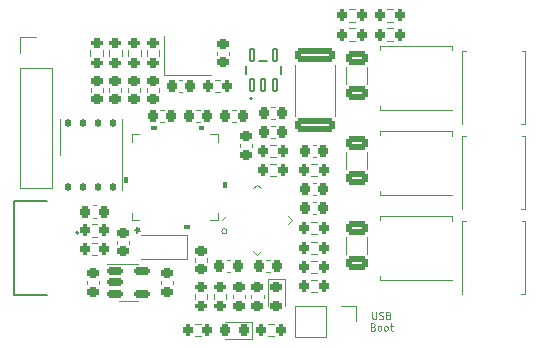
<source format=gbr>
%TF.GenerationSoftware,KiCad,Pcbnew,(6.0.1)*%
%TF.CreationDate,2022-05-20T20:33:31+02:00*%
%TF.ProjectId,xESC2,78455343-322e-46b6-9963-61645f706362,rev?*%
%TF.SameCoordinates,Original*%
%TF.FileFunction,Legend,Top*%
%TF.FilePolarity,Positive*%
%FSLAX46Y46*%
G04 Gerber Fmt 4.6, Leading zero omitted, Abs format (unit mm)*
G04 Created by KiCad (PCBNEW (6.0.1)) date 2022-05-20 20:33:31*
%MOMM*%
%LPD*%
G01*
G04 APERTURE LIST*
G04 Aperture macros list*
%AMRoundRect*
0 Rectangle with rounded corners*
0 $1 Rounding radius*
0 $2 $3 $4 $5 $6 $7 $8 $9 X,Y pos of 4 corners*
0 Add a 4 corners polygon primitive as box body*
4,1,4,$2,$3,$4,$5,$6,$7,$8,$9,$2,$3,0*
0 Add four circle primitives for the rounded corners*
1,1,$1+$1,$2,$3*
1,1,$1+$1,$4,$5*
1,1,$1+$1,$6,$7*
1,1,$1+$1,$8,$9*
0 Add four rect primitives between the rounded corners*
20,1,$1+$1,$2,$3,$4,$5,0*
20,1,$1+$1,$4,$5,$6,$7,0*
20,1,$1+$1,$6,$7,$8,$9,0*
20,1,$1+$1,$8,$9,$2,$3,0*%
%AMRotRect*
0 Rectangle, with rotation*
0 The origin of the aperture is its center*
0 $1 length*
0 $2 width*
0 $3 Rotation angle, in degrees counterclockwise*
0 Add horizontal line*
21,1,$1,$2,0,0,$3*%
%AMFreePoly0*
4,1,17,2.675000,1.605000,1.875000,1.605000,1.875000,0.935000,2.675000,0.935000,2.675000,0.335000,1.875000,0.335000,1.875000,-0.335000,2.675000,-0.335000,2.675000,-0.935000,1.875000,-0.935000,1.875000,-1.605000,2.675000,-1.605000,2.675000,-2.205000,-1.875000,-2.205000,-1.875000,2.205000,2.675000,2.205000,2.675000,1.605000,2.675000,1.605000,$1*%
G04 Aperture macros list end*
%ADD10C,0.120000*%
%ADD11C,0.100000*%
%ADD12C,0.150000*%
%ADD13C,0.127000*%
%ADD14C,0.200000*%
%ADD15RoundRect,0.200000X0.200000X0.275000X-0.200000X0.275000X-0.200000X-0.275000X0.200000X-0.275000X0*%
%ADD16RoundRect,0.225000X0.250000X-0.225000X0.250000X0.225000X-0.250000X0.225000X-0.250000X-0.225000X0*%
%ADD17RoundRect,0.225000X-0.250000X0.225000X-0.250000X-0.225000X0.250000X-0.225000X0.250000X0.225000X0*%
%ADD18RoundRect,0.225000X-0.225000X-0.250000X0.225000X-0.250000X0.225000X0.250000X-0.225000X0.250000X0*%
%ADD19R,1.700000X1.700000*%
%ADD20O,1.700000X1.700000*%
%ADD21RoundRect,0.218750X-0.256250X0.218750X-0.256250X-0.218750X0.256250X-0.218750X0.256250X0.218750X0*%
%ADD22RoundRect,0.218750X0.218750X0.256250X-0.218750X0.256250X-0.218750X-0.256250X0.218750X-0.256250X0*%
%ADD23RoundRect,0.200000X-0.200000X-0.275000X0.200000X-0.275000X0.200000X0.275000X-0.200000X0.275000X0*%
%ADD24RoundRect,0.225000X0.225000X0.250000X-0.225000X0.250000X-0.225000X-0.250000X0.225000X-0.250000X0*%
%ADD25RoundRect,0.250000X0.650000X-0.325000X0.650000X0.325000X-0.650000X0.325000X-0.650000X-0.325000X0*%
%ADD26FreePoly0,180.000000*%
%ADD27R,0.850000X0.500000*%
%ADD28C,0.600000*%
%ADD29R,1.350000X0.400000*%
%ADD30R,1.600000X2.100000*%
%ADD31R,1.900000X1.900000*%
%ADD32O,1.700000X0.850000*%
%ADD33R,0.900000X1.200000*%
%ADD34FreePoly0,90.000000*%
%ADD35R,0.500000X0.850000*%
%ADD36RoundRect,0.150000X-0.512500X-0.150000X0.512500X-0.150000X0.512500X0.150000X-0.512500X0.150000X0*%
%ADD37RoundRect,0.200000X-0.275000X0.200000X-0.275000X-0.200000X0.275000X-0.200000X0.275000X0.200000X0*%
%ADD38C,1.500000*%
%ADD39RoundRect,0.062500X-0.185616X-0.274004X0.274004X0.185616X0.185616X0.274004X-0.274004X-0.185616X0*%
%ADD40RoundRect,0.062500X0.185616X-0.274004X0.274004X-0.185616X-0.185616X0.274004X-0.274004X0.185616X0*%
%ADD41RotRect,2.450000X2.450000X45.000000*%
%ADD42RoundRect,0.250000X1.425000X-0.362500X1.425000X0.362500X-1.425000X0.362500X-1.425000X-0.362500X0*%
%ADD43R,1.400000X1.200000*%
%ADD44RoundRect,0.125000X0.125000X-0.250000X0.125000X0.250000X-0.125000X0.250000X-0.125000X-0.250000X0*%
%ADD45R,4.300000X3.400000*%
%ADD46RoundRect,0.200000X0.275000X-0.200000X0.275000X0.200000X-0.275000X0.200000X-0.275000X-0.200000X0*%
%ADD47RoundRect,0.088500X0.206500X-0.516500X0.206500X0.516500X-0.206500X0.516500X-0.206500X-0.516500X0*%
%ADD48R,0.177800X0.812800*%
%ADD49R,0.812800X0.177800*%
%ADD50R,3.200400X3.200400*%
G04 APERTURE END LIST*
D10*
X247223607Y-123376394D02*
G75*
G03*
X247223607Y-123376394I-223607J0D01*
G01*
D11*
X259517857Y-130213428D02*
X259517857Y-130699142D01*
X259546428Y-130756285D01*
X259575000Y-130784857D01*
X259632142Y-130813428D01*
X259746428Y-130813428D01*
X259803571Y-130784857D01*
X259832142Y-130756285D01*
X259860714Y-130699142D01*
X259860714Y-130213428D01*
X260117857Y-130784857D02*
X260203571Y-130813428D01*
X260346428Y-130813428D01*
X260403571Y-130784857D01*
X260432142Y-130756285D01*
X260460714Y-130699142D01*
X260460714Y-130642000D01*
X260432142Y-130584857D01*
X260403571Y-130556285D01*
X260346428Y-130527714D01*
X260232142Y-130499142D01*
X260175000Y-130470571D01*
X260146428Y-130442000D01*
X260117857Y-130384857D01*
X260117857Y-130327714D01*
X260146428Y-130270571D01*
X260175000Y-130242000D01*
X260232142Y-130213428D01*
X260375000Y-130213428D01*
X260460714Y-130242000D01*
X260917857Y-130499142D02*
X261003571Y-130527714D01*
X261032142Y-130556285D01*
X261060714Y-130613428D01*
X261060714Y-130699142D01*
X261032142Y-130756285D01*
X261003571Y-130784857D01*
X260946428Y-130813428D01*
X260717857Y-130813428D01*
X260717857Y-130213428D01*
X260917857Y-130213428D01*
X260975000Y-130242000D01*
X261003571Y-130270571D01*
X261032142Y-130327714D01*
X261032142Y-130384857D01*
X261003571Y-130442000D01*
X260975000Y-130470571D01*
X260917857Y-130499142D01*
X260717857Y-130499142D01*
X259603571Y-131465142D02*
X259689285Y-131493714D01*
X259717857Y-131522285D01*
X259746428Y-131579428D01*
X259746428Y-131665142D01*
X259717857Y-131722285D01*
X259689285Y-131750857D01*
X259632142Y-131779428D01*
X259403571Y-131779428D01*
X259403571Y-131179428D01*
X259603571Y-131179428D01*
X259660714Y-131208000D01*
X259689285Y-131236571D01*
X259717857Y-131293714D01*
X259717857Y-131350857D01*
X259689285Y-131408000D01*
X259660714Y-131436571D01*
X259603571Y-131465142D01*
X259403571Y-131465142D01*
X260089285Y-131779428D02*
X260032142Y-131750857D01*
X260003571Y-131722285D01*
X259975000Y-131665142D01*
X259975000Y-131493714D01*
X260003571Y-131436571D01*
X260032142Y-131408000D01*
X260089285Y-131379428D01*
X260175000Y-131379428D01*
X260232142Y-131408000D01*
X260260714Y-131436571D01*
X260289285Y-131493714D01*
X260289285Y-131665142D01*
X260260714Y-131722285D01*
X260232142Y-131750857D01*
X260175000Y-131779428D01*
X260089285Y-131779428D01*
X260632142Y-131779428D02*
X260575000Y-131750857D01*
X260546428Y-131722285D01*
X260517857Y-131665142D01*
X260517857Y-131493714D01*
X260546428Y-131436571D01*
X260575000Y-131408000D01*
X260632142Y-131379428D01*
X260717857Y-131379428D01*
X260775000Y-131408000D01*
X260803571Y-131436571D01*
X260832142Y-131493714D01*
X260832142Y-131665142D01*
X260803571Y-131722285D01*
X260775000Y-131750857D01*
X260717857Y-131779428D01*
X260632142Y-131779428D01*
X261003571Y-131379428D02*
X261232142Y-131379428D01*
X261089285Y-131179428D02*
X261089285Y-131693714D01*
X261117857Y-131750857D01*
X261175000Y-131779428D01*
X261232142Y-131779428D01*
D12*
%TO.C,U1*%
X239452380Y-123244999D02*
X239690476Y-123244999D01*
X239595238Y-123483094D02*
X239690476Y-123244999D01*
X239595238Y-123006903D01*
X239880952Y-123387856D02*
X239690476Y-123244999D01*
X239880952Y-123102141D01*
X239452380Y-123244999D02*
X239690476Y-123244999D01*
X239595238Y-123483094D02*
X239690476Y-123244999D01*
X239595238Y-123006903D01*
X239880952Y-123387856D02*
X239690476Y-123244999D01*
X239880952Y-123102141D01*
D10*
%TO.C,R19*%
X254837258Y-117677500D02*
X254362742Y-117677500D01*
X254837258Y-118722500D02*
X254362742Y-118722500D01*
%TO.C,R20*%
X254837258Y-126922500D02*
X254362742Y-126922500D01*
X254837258Y-125877500D02*
X254362742Y-125877500D01*
%TO.C,R21*%
X251337258Y-118722500D02*
X250862742Y-118722500D01*
X251337258Y-117677500D02*
X250862742Y-117677500D01*
%TO.C,R22*%
X254837258Y-125322500D02*
X254362742Y-125322500D01*
X254837258Y-124277500D02*
X254362742Y-124277500D01*
%TO.C,C15*%
X249310000Y-116240580D02*
X249310000Y-115959420D01*
X248290000Y-116240580D02*
X248290000Y-115959420D01*
%TO.C,C11*%
X237890000Y-124159420D02*
X237890000Y-124440580D01*
X238910000Y-124159420D02*
X238910000Y-124440580D01*
%TO.C,C12*%
X244619420Y-113100000D02*
X244900580Y-113100000D01*
X244619420Y-114120000D02*
X244900580Y-114120000D01*
%TO.C,C13*%
X249290000Y-128759420D02*
X249290000Y-129040580D01*
X250310000Y-128759420D02*
X250310000Y-129040580D01*
%TO.C,R16*%
X254837258Y-127477500D02*
X254362742Y-127477500D01*
X254837258Y-128522500D02*
X254362742Y-128522500D01*
%TO.C,C24*%
X236410000Y-127559420D02*
X236410000Y-127840580D01*
X235390000Y-127559420D02*
X235390000Y-127840580D01*
%TO.C,J3*%
X229730000Y-109510000D02*
X229730000Y-119730000D01*
X229730000Y-108240000D02*
X229730000Y-106910000D01*
X229730000Y-119730000D02*
X232390000Y-119730000D01*
X229730000Y-109510000D02*
X232390000Y-109510000D01*
X229730000Y-106910000D02*
X231060000Y-106910000D01*
X232390000Y-109510000D02*
X232390000Y-119730000D01*
%TO.C,D2*%
X252135000Y-127415000D02*
X250665000Y-127415000D01*
X250665000Y-127415000D02*
X250665000Y-129700000D01*
X252135000Y-129700000D02*
X252135000Y-127415000D01*
%TO.C,D3*%
X249325000Y-131025000D02*
X247040000Y-131025000D01*
X249325000Y-132495000D02*
X249325000Y-131025000D01*
X247040000Y-132495000D02*
X249325000Y-132495000D01*
%TO.C,R10*%
X250702742Y-132282500D02*
X251177258Y-132282500D01*
X250702742Y-131237500D02*
X251177258Y-131237500D01*
%TO.C,R11*%
X244502742Y-132282500D02*
X244977258Y-132282500D01*
X244502742Y-131237500D02*
X244977258Y-131237500D01*
%TO.C,R7*%
X257562742Y-105622500D02*
X258037258Y-105622500D01*
X257562742Y-104577500D02*
X258037258Y-104577500D01*
%TO.C,R8*%
X260762742Y-104577500D02*
X261237258Y-104577500D01*
X260762742Y-105622500D02*
X261237258Y-105622500D01*
%TO.C,C22*%
X254740580Y-120310000D02*
X254459420Y-120310000D01*
X254740580Y-119290000D02*
X254459420Y-119290000D01*
%TO.C,C21*%
X254740580Y-116090000D02*
X254459420Y-116090000D01*
X254740580Y-117110000D02*
X254459420Y-117110000D01*
%TO.C,C23*%
X254740580Y-121910000D02*
X254459420Y-121910000D01*
X254740580Y-120890000D02*
X254459420Y-120890000D01*
%TO.C,R15*%
X254837258Y-123622500D02*
X254362742Y-123622500D01*
X254837258Y-122577500D02*
X254362742Y-122577500D01*
%TO.C,C18*%
X259110000Y-125311252D02*
X259110000Y-123888748D01*
X257290000Y-125311252D02*
X257290000Y-123888748D01*
%TO.C,C26*%
X257290000Y-118111252D02*
X257290000Y-116688748D01*
X259110000Y-118111252D02*
X259110000Y-116688748D01*
%TO.C,Q1*%
X266260000Y-122465000D02*
X266260000Y-122115000D01*
X260140000Y-127485000D02*
X266260000Y-127485000D01*
X260140000Y-122415000D02*
X260140000Y-122115000D01*
X260140000Y-127185000D02*
X260140000Y-127485000D01*
X260140000Y-122115000D02*
X266260000Y-122115000D01*
%TO.C,Q3*%
X266260000Y-115265000D02*
X266260000Y-114915000D01*
X260140000Y-115215000D02*
X260140000Y-114915000D01*
X260140000Y-114915000D02*
X266260000Y-114915000D01*
X260140000Y-119985000D02*
X260140000Y-120285000D01*
X260140000Y-120285000D02*
X266260000Y-120285000D01*
%TO.C,Q5*%
X260140000Y-108015000D02*
X260140000Y-107715000D01*
X266260000Y-108065000D02*
X266260000Y-107715000D01*
X260140000Y-113085000D02*
X266260000Y-113085000D01*
X260140000Y-112785000D02*
X260140000Y-113085000D01*
X260140000Y-107715000D02*
X266260000Y-107715000D01*
D13*
%TO.C,J2*%
X229150000Y-120900000D02*
X229150000Y-128700000D01*
X231950000Y-120820000D02*
X229150000Y-120820000D01*
X231950000Y-128780000D02*
X229150000Y-128780000D01*
D14*
X234650000Y-123500000D02*
G75*
G03*
X234650000Y-123500000I-100000J0D01*
G01*
D10*
%TO.C,D1*%
X243850000Y-125700000D02*
X239950000Y-125700000D01*
X243850000Y-123700000D02*
X239950000Y-123700000D01*
X243850000Y-125700000D02*
X243850000Y-123700000D01*
%TO.C,R3*%
X236237258Y-124377500D02*
X235762742Y-124377500D01*
X236237258Y-125422500D02*
X235762742Y-125422500D01*
%TO.C,R2*%
X236237258Y-122777500D02*
X235762742Y-122777500D01*
X236237258Y-123822500D02*
X235762742Y-123822500D01*
%TO.C,Q6*%
X272485000Y-108140000D02*
X272485000Y-114260000D01*
X272185000Y-108140000D02*
X272485000Y-108140000D01*
X267115000Y-108140000D02*
X267115000Y-114260000D01*
X272135000Y-114260000D02*
X272485000Y-114260000D01*
X267415000Y-108140000D02*
X267115000Y-108140000D01*
%TO.C,Q4*%
X272135000Y-121460000D02*
X272485000Y-121460000D01*
X267415000Y-115340000D02*
X267115000Y-115340000D01*
X272485000Y-115340000D02*
X272485000Y-121460000D01*
X272185000Y-115340000D02*
X272485000Y-115340000D01*
X267115000Y-115340000D02*
X267115000Y-121460000D01*
%TO.C,Q2*%
X272485000Y-122540000D02*
X272485000Y-128660000D01*
X267115000Y-122540000D02*
X267115000Y-128660000D01*
X272185000Y-122540000D02*
X272485000Y-122540000D01*
X267415000Y-122540000D02*
X267115000Y-122540000D01*
X272135000Y-128660000D02*
X272485000Y-128660000D01*
%TO.C,C27*%
X259110000Y-110911252D02*
X259110000Y-109488748D01*
X257290000Y-110911252D02*
X257290000Y-109488748D01*
%TO.C,C19*%
X247212516Y-125790000D02*
X247493676Y-125790000D01*
X247212516Y-126810000D02*
X247493676Y-126810000D01*
%TO.C,U5*%
X238900000Y-129260000D02*
X239700000Y-129260000D01*
X238900000Y-126140000D02*
X239700000Y-126140000D01*
X238900000Y-126140000D02*
X237100000Y-126140000D01*
X238900000Y-129260000D02*
X238100000Y-129260000D01*
%TO.C,C14*%
X244490000Y-125659420D02*
X244490000Y-125940580D01*
X245510000Y-125659420D02*
X245510000Y-125940580D01*
%TO.C,R4*%
X237252500Y-108062742D02*
X237252500Y-108537258D01*
X238297500Y-108062742D02*
X238297500Y-108537258D01*
%TO.C,R5*%
X239897500Y-108062742D02*
X239897500Y-108537258D01*
X238852500Y-108062742D02*
X238852500Y-108537258D01*
%TO.C,C1*%
X236685000Y-111259420D02*
X236685000Y-111540580D01*
X235665000Y-111259420D02*
X235665000Y-111540580D01*
%TO.C,C2*%
X238285000Y-111259420D02*
X238285000Y-111540580D01*
X237265000Y-111259420D02*
X237265000Y-111540580D01*
%TO.C,C3*%
X239885000Y-111259420D02*
X239885000Y-111540580D01*
X238865000Y-111259420D02*
X238865000Y-111540580D01*
%TO.C,R6*%
X241497500Y-108062742D02*
X241497500Y-108537258D01*
X240452500Y-108062742D02*
X240452500Y-108537258D01*
%TO.C,R1*%
X236697500Y-108062742D02*
X236697500Y-108537258D01*
X235652500Y-108062742D02*
X235652500Y-108537258D01*
%TO.C,C4*%
X241485000Y-111259420D02*
X241485000Y-111540580D01*
X240465000Y-111259420D02*
X240465000Y-111540580D01*
%TO.C,R9*%
X258037258Y-107247500D02*
X257562742Y-107247500D01*
X258037258Y-106202500D02*
X257562742Y-106202500D01*
%TO.C,TH1*%
X261237258Y-107247500D02*
X260762742Y-107247500D01*
X261237258Y-106202500D02*
X260762742Y-106202500D01*
%TO.C,U3*%
X252389535Y-122735876D02*
X252725411Y-122400000D01*
X249741420Y-119416009D02*
X250077296Y-119751885D01*
X249741420Y-125383991D02*
X249405544Y-125048115D01*
X247093305Y-122064124D02*
X246757429Y-122400000D01*
X252725411Y-122400000D02*
X252389535Y-122064124D01*
X249405544Y-119751885D02*
X249741420Y-119416009D01*
X250077296Y-125048115D02*
X249741420Y-125383991D01*
%TO.C,R18*%
X252950000Y-113612064D02*
X252950000Y-109257936D01*
X256370000Y-113612064D02*
X256370000Y-109257936D01*
%TO.C,C25*%
X242610000Y-127559420D02*
X242610000Y-127840580D01*
X241590000Y-127559420D02*
X241590000Y-127840580D01*
%TO.C,C20*%
X250959420Y-113910000D02*
X251240580Y-113910000D01*
X250959420Y-112890000D02*
X251240580Y-112890000D01*
%TO.C,Y1*%
X241900000Y-106850000D02*
X241900000Y-110150000D01*
X241900000Y-110150000D02*
X245900000Y-110150000D01*
%TO.C,U2*%
X233090000Y-116900000D02*
X233090000Y-113900000D01*
X238310000Y-119900000D02*
X238310000Y-113900000D01*
%TO.C,C17*%
X250959420Y-115510000D02*
X251240580Y-115510000D01*
X250959420Y-114490000D02*
X251240580Y-114490000D01*
%TO.C,C6*%
X243159420Y-110590000D02*
X243440580Y-110590000D01*
X243159420Y-111610000D02*
X243440580Y-111610000D01*
%TO.C,R17*%
X250862742Y-116077500D02*
X251337258Y-116077500D01*
X250862742Y-117122500D02*
X251337258Y-117122500D01*
%TO.C,C8*%
X250559420Y-126810000D02*
X250840580Y-126810000D01*
X250559420Y-125790000D02*
X250840580Y-125790000D01*
%TO.C,R13*%
X246077500Y-129137258D02*
X246077500Y-128662742D01*
X247122500Y-129137258D02*
X247122500Y-128662742D01*
%TO.C,C7*%
X241579420Y-113100000D02*
X241860580Y-113100000D01*
X241579420Y-114120000D02*
X241860580Y-114120000D01*
%TO.C,R12*%
X246162742Y-111622500D02*
X246637258Y-111622500D01*
X246162742Y-110577500D02*
X246637258Y-110577500D01*
%TO.C,C5*%
X246390000Y-108440580D02*
X246390000Y-108159420D01*
X247410000Y-108440580D02*
X247410000Y-108159420D01*
%TO.C,C16*%
X236140580Y-122210000D02*
X235859420Y-122210000D01*
X236140580Y-121190000D02*
X235859420Y-121190000D01*
%TO.C,J5*%
X258180000Y-129670000D02*
X258180000Y-131000000D01*
X255580000Y-129670000D02*
X252980000Y-129670000D01*
X255580000Y-129670000D02*
X255580000Y-132330000D01*
X255580000Y-132330000D02*
X252980000Y-132330000D01*
X252980000Y-129670000D02*
X252980000Y-132330000D01*
X256850000Y-129670000D02*
X258180000Y-129670000D01*
D13*
%TO.C,U4*%
X249965000Y-108930000D02*
X250635000Y-108930000D01*
X248850000Y-110060000D02*
X248850000Y-109400000D01*
X251750000Y-109400000D02*
X251750000Y-110060000D01*
D14*
X249350000Y-112140000D02*
G75*
G03*
X249350000Y-112140000I-100000J0D01*
G01*
D10*
%TO.C,R14*%
X244477500Y-128662742D02*
X244477500Y-129137258D01*
X245522500Y-128662742D02*
X245522500Y-129137258D01*
%TO.C,U1*%
X245821640Y-122432199D02*
X246432200Y-122432199D01*
X246432200Y-115167799D02*
X245821640Y-115167799D01*
X239167800Y-122432199D02*
X239778360Y-122432199D01*
X246432200Y-115778359D02*
X246432200Y-115167799D01*
X239167800Y-121821639D02*
X239167800Y-122432199D01*
X246432200Y-122432199D02*
X246432200Y-121821639D01*
X239167800Y-115167799D02*
X239167800Y-115778359D01*
X239778360Y-115167799D02*
X239167800Y-115167799D01*
D11*
X244809501Y-114481999D02*
X245190501Y-114481999D01*
X245190501Y-114481999D02*
X245190501Y-114735999D01*
X245190501Y-114735999D02*
X244809501Y-114735999D01*
X244809501Y-114735999D02*
X244809501Y-114481999D01*
G36*
X245190501Y-114735999D02*
G01*
X244809501Y-114735999D01*
X244809501Y-114481999D01*
X245190501Y-114481999D01*
X245190501Y-114735999D01*
G37*
X245190501Y-114735999D02*
X244809501Y-114735999D01*
X244809501Y-114481999D01*
X245190501Y-114481999D01*
X245190501Y-114735999D01*
X243609501Y-123117999D02*
X243990501Y-123117999D01*
X243990501Y-123117999D02*
X243990501Y-122863999D01*
X243990501Y-122863999D02*
X243609501Y-122863999D01*
X243609501Y-122863999D02*
X243609501Y-123117999D01*
G36*
X243990501Y-123117999D02*
G01*
X243609501Y-123117999D01*
X243609501Y-122863999D01*
X243990501Y-122863999D01*
X243990501Y-123117999D01*
G37*
X243990501Y-123117999D02*
X243609501Y-123117999D01*
X243609501Y-122863999D01*
X243990501Y-122863999D01*
X243990501Y-123117999D01*
X240809501Y-114481999D02*
X241190501Y-114481999D01*
X241190501Y-114481999D02*
X241190501Y-114735999D01*
X241190501Y-114735999D02*
X240809501Y-114735999D01*
X240809501Y-114735999D02*
X240809501Y-114481999D01*
G36*
X241190501Y-114735999D02*
G01*
X240809501Y-114735999D01*
X240809501Y-114481999D01*
X241190501Y-114481999D01*
X241190501Y-114735999D01*
G37*
X241190501Y-114735999D02*
X240809501Y-114735999D01*
X240809501Y-114481999D01*
X241190501Y-114481999D01*
X241190501Y-114735999D01*
X238736000Y-119190499D02*
X238482000Y-119190499D01*
X238482000Y-119190499D02*
X238482000Y-118809499D01*
X238482000Y-118809499D02*
X238736000Y-118809499D01*
X238736000Y-118809499D02*
X238736000Y-119190499D01*
G36*
X238736000Y-119190499D02*
G01*
X238482000Y-119190499D01*
X238482000Y-118809499D01*
X238736000Y-118809499D01*
X238736000Y-119190499D01*
G37*
X238736000Y-119190499D02*
X238482000Y-119190499D01*
X238482000Y-118809499D01*
X238736000Y-118809499D01*
X238736000Y-119190499D01*
X246864000Y-119590498D02*
X247118000Y-119590498D01*
X247118000Y-119590498D02*
X247118000Y-119209498D01*
X247118000Y-119209498D02*
X246864000Y-119209498D01*
X246864000Y-119209498D02*
X246864000Y-119590498D01*
G36*
X247118000Y-119590498D02*
G01*
X246864000Y-119590498D01*
X246864000Y-119209498D01*
X247118000Y-119209498D01*
X247118000Y-119590498D01*
G37*
X247118000Y-119590498D02*
X246864000Y-119590498D01*
X246864000Y-119209498D01*
X247118000Y-119209498D01*
X247118000Y-119590498D01*
D10*
%TO.C,C9*%
X247690000Y-128759420D02*
X247690000Y-129040580D01*
X248710000Y-128759420D02*
X248710000Y-129040580D01*
%TO.C,C10*%
X247940580Y-114120000D02*
X247659420Y-114120000D01*
X247940580Y-113100000D02*
X247659420Y-113100000D01*
%TD*%
%LPC*%
D15*
%TO.C,R19*%
X255425000Y-118200000D03*
X253775000Y-118200000D03*
%TD*%
%TO.C,R20*%
X255425000Y-126400000D03*
X253775000Y-126400000D03*
%TD*%
%TO.C,R21*%
X251925000Y-118200000D03*
X250275000Y-118200000D03*
%TD*%
%TO.C,R22*%
X255425000Y-124800000D03*
X253775000Y-124800000D03*
%TD*%
D16*
%TO.C,C15*%
X248800000Y-116875000D03*
X248800000Y-115325000D03*
%TD*%
D17*
%TO.C,C11*%
X238400000Y-123525000D03*
X238400000Y-125075000D03*
%TD*%
D18*
%TO.C,C12*%
X243985000Y-113610000D03*
X245535000Y-113610000D03*
%TD*%
D17*
%TO.C,C13*%
X249800000Y-128125000D03*
X249800000Y-129675000D03*
%TD*%
D15*
%TO.C,R16*%
X255425000Y-128000000D03*
X253775000Y-128000000D03*
%TD*%
D17*
%TO.C,C24*%
X235900000Y-126925000D03*
X235900000Y-128475000D03*
%TD*%
D19*
%TO.C,J3*%
X231060000Y-108240000D03*
D20*
X231060000Y-110780000D03*
X231060000Y-113320000D03*
X231060000Y-115860000D03*
X231060000Y-118400000D03*
%TD*%
D21*
%TO.C,D2*%
X251400000Y-128112500D03*
X251400000Y-129687500D03*
%TD*%
D22*
%TO.C,D3*%
X248627500Y-131760000D03*
X247052500Y-131760000D03*
%TD*%
D23*
%TO.C,R10*%
X250115000Y-131760000D03*
X251765000Y-131760000D03*
%TD*%
%TO.C,R11*%
X243915000Y-131760000D03*
X245565000Y-131760000D03*
%TD*%
%TO.C,R7*%
X256975000Y-105100000D03*
X258625000Y-105100000D03*
%TD*%
%TO.C,R8*%
X260175000Y-105100000D03*
X261825000Y-105100000D03*
%TD*%
D24*
%TO.C,C22*%
X255375000Y-119800000D03*
X253825000Y-119800000D03*
%TD*%
%TO.C,C21*%
X255375000Y-116600000D03*
X253825000Y-116600000D03*
%TD*%
%TO.C,C23*%
X255375000Y-121400000D03*
X253825000Y-121400000D03*
%TD*%
D15*
%TO.C,R15*%
X255425000Y-123100000D03*
X253775000Y-123100000D03*
%TD*%
D25*
%TO.C,C18*%
X258200000Y-126075000D03*
X258200000Y-123125000D03*
%TD*%
%TO.C,C26*%
X258200000Y-118875000D03*
X258200000Y-115925000D03*
%TD*%
D26*
%TO.C,Q1*%
X262550000Y-124800000D03*
D27*
X266100000Y-126705000D03*
X266100000Y-125435000D03*
X266100000Y-124165000D03*
X266100000Y-122895000D03*
%TD*%
D26*
%TO.C,Q3*%
X262550000Y-117600000D03*
D27*
X266100000Y-119505000D03*
X266100000Y-118235000D03*
X266100000Y-116965000D03*
X266100000Y-115695000D03*
%TD*%
D26*
%TO.C,Q5*%
X262550000Y-110400000D03*
D27*
X266100000Y-112305000D03*
X266100000Y-111035000D03*
X266100000Y-109765000D03*
X266100000Y-108495000D03*
%TD*%
D28*
%TO.C,J2*%
X232950000Y-126800000D03*
X232950000Y-122800000D03*
D29*
X233275000Y-123500000D03*
X233275000Y-124150000D03*
X233275000Y-124800000D03*
X233275000Y-125450000D03*
X233275000Y-126100000D03*
D30*
X233150000Y-121700000D03*
X233150000Y-127900000D03*
D31*
X230600000Y-123600000D03*
X230600000Y-126000000D03*
D32*
X230600000Y-121975000D03*
X230600000Y-127625000D03*
%TD*%
D33*
%TO.C,D1*%
X243250000Y-124700000D03*
X239950000Y-124700000D03*
%TD*%
D15*
%TO.C,R3*%
X236825000Y-124900000D03*
X235175000Y-124900000D03*
%TD*%
%TO.C,R2*%
X236825000Y-123300000D03*
X235175000Y-123300000D03*
%TD*%
D34*
%TO.C,Q6*%
X269800000Y-110550000D03*
D35*
X267895000Y-114100000D03*
X269165000Y-114100000D03*
X270435000Y-114100000D03*
X271705000Y-114100000D03*
%TD*%
D34*
%TO.C,Q4*%
X269800000Y-117750000D03*
D35*
X267895000Y-121300000D03*
X269165000Y-121300000D03*
X270435000Y-121300000D03*
X271705000Y-121300000D03*
%TD*%
D34*
%TO.C,Q2*%
X269800000Y-124950000D03*
D35*
X267895000Y-128500000D03*
X269165000Y-128500000D03*
X270435000Y-128500000D03*
X271705000Y-128500000D03*
%TD*%
D25*
%TO.C,C27*%
X258200000Y-111675000D03*
X258200000Y-108725000D03*
%TD*%
D18*
%TO.C,C19*%
X246578096Y-126300000D03*
X248128096Y-126300000D03*
%TD*%
D36*
%TO.C,U5*%
X237762500Y-126750000D03*
X237762500Y-127700000D03*
X237762500Y-128650000D03*
X240037500Y-128650000D03*
X240037500Y-126750000D03*
%TD*%
D17*
%TO.C,C14*%
X245000000Y-125025000D03*
X245000000Y-126575000D03*
%TD*%
D37*
%TO.C,R4*%
X237775000Y-107475000D03*
X237775000Y-109125000D03*
%TD*%
%TO.C,R5*%
X239375000Y-107475000D03*
X239375000Y-109125000D03*
%TD*%
D17*
%TO.C,C1*%
X236175000Y-110625000D03*
X236175000Y-112175000D03*
%TD*%
%TO.C,C2*%
X237775000Y-110625000D03*
X237775000Y-112175000D03*
%TD*%
%TO.C,C3*%
X239375000Y-110625000D03*
X239375000Y-112175000D03*
%TD*%
D37*
%TO.C,R6*%
X240975000Y-107475000D03*
X240975000Y-109125000D03*
%TD*%
%TO.C,R1*%
X236175000Y-107475000D03*
X236175000Y-109125000D03*
%TD*%
D17*
%TO.C,C4*%
X240975000Y-110625000D03*
X240975000Y-112175000D03*
%TD*%
D15*
%TO.C,R9*%
X258625000Y-106725000D03*
X256975000Y-106725000D03*
%TD*%
%TO.C,TH1*%
X261825000Y-106725000D03*
X260175000Y-106725000D03*
%TD*%
D38*
%TO.C,FID5*%
X275500000Y-129400000D03*
%TD*%
%TO.C,FID1*%
X275500000Y-107400000D03*
%TD*%
%TO.C,FID2*%
X234900000Y-129800000D03*
%TD*%
%TO.C,FID4*%
X232800000Y-107300000D03*
%TD*%
D39*
%TO.C,U3*%
X247452162Y-122921491D03*
X247805715Y-123275045D03*
X248159269Y-123628598D03*
X248512822Y-123982151D03*
X248866375Y-124335705D03*
X249219929Y-124689258D03*
D40*
X250262911Y-124689258D03*
X250616465Y-124335705D03*
X250970018Y-123982151D03*
X251323571Y-123628598D03*
X251677125Y-123275045D03*
X252030678Y-122921491D03*
D39*
X252030678Y-121878509D03*
X251677125Y-121524955D03*
X251323571Y-121171402D03*
X250970018Y-120817849D03*
X250616465Y-120464295D03*
X250262911Y-120110742D03*
D40*
X249219929Y-120110742D03*
X248866375Y-120464295D03*
X248512822Y-120817849D03*
X248159269Y-121171402D03*
X247805715Y-121524955D03*
X247452162Y-121878509D03*
D41*
X249741420Y-122400000D03*
%TD*%
D42*
%TO.C,R18*%
X254660000Y-114397500D03*
X254660000Y-108472500D03*
%TD*%
D17*
%TO.C,C25*%
X242100000Y-126925000D03*
X242100000Y-128475000D03*
%TD*%
D18*
%TO.C,C20*%
X250325000Y-113400000D03*
X251875000Y-113400000D03*
%TD*%
D43*
%TO.C,Y1*%
X242800000Y-109350000D03*
X245000000Y-109350000D03*
X245000000Y-107650000D03*
X242800000Y-107650000D03*
%TD*%
D44*
%TO.C,U2*%
X233795000Y-119600000D03*
X235065000Y-119600000D03*
X236335000Y-119600000D03*
X237605000Y-119600000D03*
X237605000Y-114200000D03*
X236335000Y-114200000D03*
X235065000Y-114200000D03*
X233795000Y-114200000D03*
D45*
X235700000Y-116900000D03*
%TD*%
D18*
%TO.C,C17*%
X250325000Y-115000000D03*
X251875000Y-115000000D03*
%TD*%
%TO.C,C6*%
X242525000Y-111100000D03*
X244075000Y-111100000D03*
%TD*%
D23*
%TO.C,R17*%
X250275000Y-116600000D03*
X251925000Y-116600000D03*
%TD*%
D18*
%TO.C,C8*%
X249925000Y-126300000D03*
X251475000Y-126300000D03*
%TD*%
D46*
%TO.C,R13*%
X246600000Y-129725000D03*
X246600000Y-128075000D03*
%TD*%
D18*
%TO.C,C7*%
X240945000Y-113610000D03*
X242495000Y-113610000D03*
%TD*%
D23*
%TO.C,R12*%
X245575000Y-111100000D03*
X247225000Y-111100000D03*
%TD*%
D16*
%TO.C,C5*%
X246900000Y-109075000D03*
X246900000Y-107525000D03*
%TD*%
D24*
%TO.C,C16*%
X236775000Y-121700000D03*
X235225000Y-121700000D03*
%TD*%
D19*
%TO.C,J5*%
X256850000Y-131000000D03*
D20*
X254310000Y-131000000D03*
%TD*%
D47*
%TO.C,U4*%
X249350000Y-110985000D03*
X250300000Y-110985000D03*
X251250000Y-110985000D03*
X251250000Y-108475000D03*
X249350000Y-108475000D03*
%TD*%
D37*
%TO.C,R14*%
X245000000Y-128075000D03*
X245000000Y-129725000D03*
%TD*%
D48*
%TO.C,U1*%
X240200000Y-122203599D03*
X240599999Y-122203599D03*
X241000001Y-122203599D03*
X241400000Y-122203599D03*
X241799999Y-122203599D03*
X242200001Y-122203599D03*
X242600000Y-122203599D03*
X243000000Y-122203599D03*
X243399999Y-122203599D03*
X243800001Y-122203599D03*
X244200000Y-122203599D03*
X244599999Y-122203599D03*
X245000001Y-122203599D03*
X245400000Y-122203599D03*
D49*
X246203600Y-121399999D03*
X246203600Y-121000000D03*
X246203600Y-120599998D03*
X246203600Y-120199999D03*
X246203600Y-119800000D03*
X246203600Y-119399998D03*
X246203600Y-118999999D03*
X246203600Y-118599999D03*
X246203600Y-118200000D03*
X246203600Y-117799998D03*
X246203600Y-117399999D03*
X246203600Y-117000000D03*
X246203600Y-116599998D03*
X246203600Y-116199999D03*
D48*
X245400000Y-115396399D03*
X245000001Y-115396399D03*
X244599999Y-115396399D03*
X244200000Y-115396399D03*
X243800001Y-115396399D03*
X243399999Y-115396399D03*
X243000000Y-115396399D03*
X242600000Y-115396399D03*
X242200001Y-115396399D03*
X241799999Y-115396399D03*
X241400000Y-115396399D03*
X241000001Y-115396399D03*
X240599999Y-115396399D03*
X240200000Y-115396399D03*
D49*
X239396400Y-116199999D03*
X239396400Y-116599998D03*
X239396400Y-117000000D03*
X239396400Y-117399999D03*
X239396400Y-117799998D03*
X239396400Y-118200000D03*
X239396400Y-118599999D03*
X239396400Y-118999999D03*
X239396400Y-119399998D03*
X239396400Y-119800000D03*
X239396400Y-120199999D03*
X239396400Y-120599998D03*
X239396400Y-121000000D03*
X239396400Y-121399999D03*
D50*
X242800000Y-118799999D03*
%TD*%
D17*
%TO.C,C9*%
X248200000Y-128125000D03*
X248200000Y-129675000D03*
%TD*%
D24*
%TO.C,C10*%
X248575000Y-113610000D03*
X247025000Y-113610000D03*
%TD*%
D19*
%TO.C,J4*%
X231060000Y-131100000D03*
D20*
X233600000Y-131100000D03*
X236140000Y-131100000D03*
X238680000Y-131100000D03*
X241220000Y-131100000D03*
%TD*%
D19*
%TO.C,J7*%
X264080000Y-105700000D03*
D20*
X266620000Y-105700000D03*
X269160000Y-105700000D03*
X271700000Y-105700000D03*
X274240000Y-105700000D03*
X276780000Y-105700000D03*
%TD*%
D19*
%TO.C,J8*%
X264080000Y-131100000D03*
D20*
X266620000Y-131100000D03*
X269160000Y-131100000D03*
X271700000Y-131100000D03*
X274240000Y-131100000D03*
X276780000Y-131100000D03*
%TD*%
D19*
%TO.C,J10*%
X274240000Y-112050000D03*
D20*
X276780000Y-112050000D03*
X274240000Y-109510000D03*
X276780000Y-109510000D03*
%TD*%
D19*
%TO.C,J9*%
X274240000Y-119670000D03*
D20*
X276780000Y-119670000D03*
X274240000Y-117130000D03*
X276780000Y-117130000D03*
%TD*%
D19*
%TO.C,J6*%
X274240000Y-127290000D03*
D20*
X276780000Y-127290000D03*
X274240000Y-124750000D03*
X276780000Y-124750000D03*
%TD*%
D19*
%TO.C,J1*%
X231050000Y-105700000D03*
D20*
X233590000Y-105700000D03*
X236130000Y-105700000D03*
X238670000Y-105700000D03*
X241210000Y-105700000D03*
X243750000Y-105700000D03*
X246290000Y-105700000D03*
X248830000Y-105700000D03*
X251370000Y-105700000D03*
%TD*%
M02*

</source>
